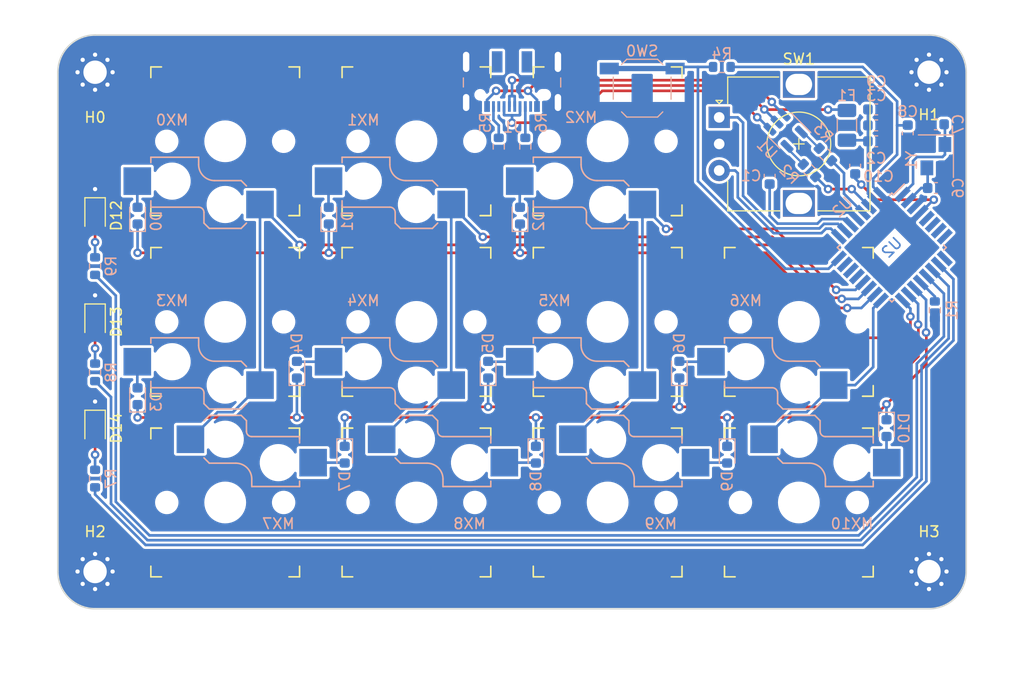
<source format=kicad_pcb>
(kicad_pcb (version 20221018) (generator pcbnew)
  (layers (0 "F.Cu" signal) (31 "B.Cu" signal) (34 "B.Paste" user) (35 "F.Paste" user) (36 "B.SilkS" user "B.Silkscreen") (37 "F.SilkS" user "F.Silkscreen") (38 "B.Mask" user) (39 "F.Mask" user) (44 "Edge.Cuts" user))
  (net 0 "")
  (net 1 "GND")
  (net 2 "/D- Bus")
  (net 3 "/V Bus")
  (net 4 "/D+ Bus")
  (net 5 "Net-(U2-XTAL1)")
  (net 6 "Net-(U2-PC0{slash}XTAL2)")
  (net 7 "+5V")
  (net 9 "/Encoder 0A")
  (net 10 "/Encoder 0B")
  (net 11 "/Indicator 0")
  (net 12 "/Indicator 1")
  (net 13 "/Indicator 2")
  (net 14 "Net-(U2-~{HWB}{slash}PD7)")
  (net 15 "/Row 0")
  (net 16 "/Row 1")
  (net 17 "/Row 2")
  (net 18 "/Column 0")
  (net 19 "/Column 1")
  (net 20 "/Column 2")
  (net 21 "/Column 3")
  (net 25 "Net-(U2-PC1{slash}~{RESET})")
  (net 26 "Net-(U2-UCAP)")
  (net 27 "Net-(U2-D+)")
  (net 28 "Net-(U2-D-)")
  (net 29 "Net-(D12-A)")
  (net 30 "Net-(D13-A)")
  (net 31 "Net-(D14-A)")
  (net 32 "Net-(D1-A)")
  (net 33 "Net-(D2-A)")
  (net 34 "Net-(D3-A)")
  (net 35 "Net-(D4-A)")
  (net 36 "Net-(D5-A)")
  (net 37 "Net-(D6-A)")
  (net 38 "Net-(D7-A)")
  (net 39 "Net-(D8-A)")
  (net 40 "Net-(D9-A)")
  (net 41 "Net-(D10-A)")
  (net 42 "Net-(D0-A)")
  (net 43 "Net-(J1-CC1)")
  (net 45 "Net-(J1-CC2)")
  (net 47 "/D-")
  (net 48 "/D+")
  (footprint "LED_SMD:LED_0805_2012Metric" (layer "F.Cu") (at 87.75 92 -90)
    (fp_text reference "D13")
    (fp_text value "LED")
  )
  (footprint "keyswitches.pretty-master:Kailh_socket_PG1350_Revised" (layer "F.Cu") (at 136 109 180)
    (fp_text reference "MX9")
    (fp_text value "MX-NoLED")
  )
  (footprint "keyswitches.pretty-master:Kailh_socket_PG1350_Revised" (layer "F.Cu") (at 118 92)
    (fp_text reference "MX4")
    (fp_text value "MX-NoLED")
  )
  (footprint "Rotary_Encoder:RotaryEncoder_Alps_EC12E_Vertical_H20mm" (layer "F.Cu") (at 154 75.25)
    (fp_text reference "SW1")
    (fp_text value "RotaryEncoder")
  )
  (footprint "MountingHole:MountingHole_2.2mm_M2_Pad_Via" (layer "F.Cu") (at 87.75 68.5)
    (fp_text reference "H0")
    (fp_text value "MountingHole_Pad")
  )
  (footprint "keyswitches.pretty-master:Kailh_socket_PG1350_Revised" (layer "F.Cu") (at 136 92)
    (fp_text reference "MX5")
    (fp_text value "MX-NoLED")
  )
  (footprint "LED_SMD:LED_0805_2012Metric" (layer "F.Cu") (at 87.75 82 -90)
    (fp_text reference "D12")
    (fp_text value "LED")
  )
  (footprint "MountingHole:MountingHole_2.2mm_M2_Pad_Via" (layer "F.Cu") (at 87.75 115.5)
    (fp_text reference "H2")
    (fp_text value "MountingHole_Pad")
  )
  (footprint "keyswitches.pretty-master:Kailh_socket_PG1350_Revised" (layer "F.Cu") (at 154 92)
    (fp_text reference "MX6")
    (fp_text value "MX-NoLED")
  )
  (footprint "keyswitches.pretty-master:Kailh_socket_PG1350_Revised" (layer "F.Cu") (at 136 75)
    (fp_text reference "MX2")
    (fp_text value "MX-NoLED")
  )
  (footprint "keyswitches.pretty-master:Kailh_socket_PG1350_Revised" (layer "F.Cu") (at 118 75)
    (fp_text reference "MX1")
    (fp_text value "MX-NoLED")
  )
  (footprint "keyswitches.pretty-master:Kailh_socket_PG1350_Revised" (layer "F.Cu") (at 154 109 180)
    (fp_text reference "MX10")
    (fp_text value "MX-NoLED")
  )
  (footprint "keyswitches.pretty-master:Kailh_socket_PG1350_Revised" (layer "F.Cu") (at 100 75)
    (fp_text reference "MX0")
    (fp_text value "MX-NoLED")
  )
  (footprint "LED_SMD:LED_0805_2012Metric" (layer "F.Cu") (at 87.75 102 -90)
    (fp_text reference "D14")
    (fp_text value "LED")
  )
  (footprint "keyswitches.pretty-master:Kailh_socket_PG1350_Revised" (layer "F.Cu") (at 100 92)
    (fp_text reference "MX3")
    (fp_text value "MX-NoLED")
  )
  (footprint "MountingHole:MountingHole_2.2mm_M2_Pad_Via" (layer "F.Cu") (at 166.25 115.5)
    (fp_text reference "H3")
    (fp_text value "MountingHole_Pad")
  )
  (footprint "keyswitches.pretty-master:Kailh_socket_PG1350_Revised" (layer "F.Cu") (at 100 109 180)
    (fp_text reference "MX7")
    (fp_text value "MX-NoLED")
  )
  (footprint "MountingHole:MountingHole_2.2mm_M2_Pad_Via" (layer "F.Cu") (at 166.25 68.5)
    (fp_text reference "H1")
    (fp_text value "MountingHole_Pad")
  )
  (footprint "keyswitches.pretty-master:Kailh_socket_PG1350_Revised" (layer "F.Cu") (at 118 109 180)
    (fp_text reference "MX8")
    (fp_text value "MX-NoLED")
  )
  (footprint "Diode_SMD:D_0603_1608Metric" (layer "B.Cu") (at 127.75 82 90)
    (fp_text reference "D2")
    (fp_text value "D_Small")
  )
  (footprint "Capacitor_SMD:C_0603_1608Metric" (layer "B.Cu") (at 159.3 77.3 90)
    (fp_text reference "C10")
    (fp_text value "0.1uF")
  )
  (footprint "Capacitor_SMD:C_0603_1608Metric" (layer "B.Cu") (at 164.25 74.25 -90)
    (fp_text reference "C8")
    (fp_text value "0.1uF")
  )
  (footprint "Diode_SMD:D_0603_1608Metric" (layer "B.Cu") (at 162.25 102 -90)
    (fp_text reference "D10")
    (fp_text value "D_Small")
  )
  (footprint "Capacitor_SMD:C_0603_1608Metric" (layer "B.Cu") (at 161.275 73.5)
    (fp_text reference "C3")
    (fp_text value "10uF")
  )
  (footprint "Connector_USB:USB_C_Receptacle_JAE_DX07S016JA1R1500" (layer "B.Cu") (at 127 68.675)
    (fp_text reference "J1")
    (fp_text value "USB_C_Receptacle_USB2.0")
  )
  (footprint "Resistor_SMD:R_0603_1608Metric" (layer "B.Cu") (at 156.5 76.25 -45)
    (fp_text reference "R3")
    (fp_text value "22")
  )
  (footprint "Resistor_SMD:R_0603_1608Metric" (layer "B.Cu") (at 125.75 75.5 90)
    (fp_text reference "R5")
    (fp_text value "5.1k")
  )
  (footprint "Crystal:Crystal_SMD_Abracon_ABM8G-4Pin_3.2x2.5mm" (layer "B.Cu") (at 166.9 76.4 -90)
    (fp_text reference "Y1")
    (fp_text value "16MHz")
  )
  (footprint "Capacitor_SMD:C_0603_1608Metric" (layer "B.Cu") (at 166.9 79.4)
    (fp_text reference "C6")
    (fp_text value "22pF")
  )
  (footprint "Fuse:Fuse_1206_3216Metric" (layer "B.Cu") (at 158.525 73.5 -90)
    (fp_text reference "F1")
    (fp_text value "PTC 500mA")
  )
  (footprint "Button_Switch_SMD:SW_SPST_SKQG_WithStem" (layer "B.Cu") (at 139.25 70)
    (fp_text reference "SW0")
    (fp_text value "SW_Push")
  )
  (footprint "Resistor_SMD:R_0603_1608Metric" (layer "B.Cu") (at 87.75 96.75 -90)
    (fp_text reference "R8")
    (fp_text value "R_Small")
  )
  (footprint "Diode_SMD:D_0603_1608Metric" (layer "B.Cu") (at 129.25 104.5 -90)
    (fp_text reference "D8")
    (fp_text value "D_Small")
  )
  (footprint "Diode_SMD:D_0603_1608Metric" (layer "B.Cu") (at 106.75 96.5 90)
    (fp_text reference "D4")
    (fp_text value "D_Small")
  )
  (footprint "Package_QFP:TQFP-32_7x7mm_P0.8mm" (layer "B.Cu") (at 162.75 85 -135)
    (fp_text reference "U2")
    (fp_text value "ATmega32U2-A")
  )
  (footprint "Capacitor_SMD:C_0603_1608Metric" (layer "B.Cu") (at 161.275 75)
    (fp_text reference "C2")
    (fp_text value "1uF")
  )
  (footprint "Resistor_SMD:R_0603_1608Metric" (layer "B.Cu") (at 146.75 68 180)
    (fp_text reference "R4")
    (fp_text value "10k")
  )
  (footprint "Resistor_SMD:R_0603_1608Metric" (layer "B.Cu") (at 128.25 75.5 90)
    (fp_text reference "R6")
    (fp_text value "5.1k")
  )
  (footprint "Diode_SMD:D_0603_1608Metric" (layer "B.Cu") (at 109.75 82 90)
    (fp_text reference "D1")
    (fp_text value "D_Small")
  )
  (footprint "Diode_SMD:D_0603_1608Metric" (layer "B.Cu") (at 142.75 96.5 90)
    (fp_text reference "D6")
    (fp_text value "D_Small")
  )
  (footprint "Resistor_SMD:R_0603_1608Metric" (layer "B.Cu") (at 87.75 86.75 90)
    (fp_text reference "R9")
    (fp_text value "R_Small")
  )
  (footprint "Diode_SMD:D_0603_1608Metric" (layer "B.Cu") (at 91.75 99 90)
    (fp_text reference "D3")
    (fp_text value "D_Small")
  )
  (footprint "Diode_SMD:D_0603_1608Metric" (layer "B.Cu") (at 124.75 96.5 90)
    (fp_text reference "D5")
    (fp_text value "D_Small")
  )
  (footprint "Resistor_SMD:R_0603_1608Metric" (layer "B.Cu") (at 87.75 106.75 90)
    (fp_text reference "R7")
    (fp_text value "R_Small")
  )
  (footprint "Diode_SMD:D_0603_1608Metric" (layer "B.Cu") (at 147.25 104.5 -90)
    (fp_text reference "D9")
    (fp_text value "D_Small")
  )
  (footprint "Package_TO_SOT_SMD:SOT-23-6" (layer "B.Cu") (at 152.75 74 135)
    (fp_text reference "U1")
    (fp_text value "USBLC6-2SC6")
  )
  (footprint "Capacitor_SMD:C_0603_1608Metric" (layer "B.Cu") (at 151.25 78.25 90)
    (fp_text reference "C1")
    (fp_text value "1uF")
  )
  (footprint "Resistor_SMD:R_0603_1608Metric" (layer "B.Cu") (at 155 77.75 -45)
    (fp_text reference "R2")
    (fp_text value "22")
  )
  (footprint "Diode_SMD:D_0603_1608Metric" (layer "B.Cu") (at 91.75 82 90)
    (fp_text reference "D0")
    (fp_text value "D_Small")
  )
  (footprint "Diode_SMD:D_0603_1608Metric" (layer "B.Cu") (at 111.25 104.5 -90)
    (fp_text reference "D7")
    (fp_text value "D_Small")
  )
  (footprint "Capacitor_SMD:C_0603_1608Metric" (layer "B.Cu") (at 166.9 73.4 180)
    (fp_text reference "C7")
    (fp_text value "22pF")
  )
  (footprint "Capacitor_SMD:C_0603_1608Metric" (layer "B.Cu") (at 161.275 72)
    (fp_text reference "C9")
    (fp_text value "0.1uF")
  )
  (footprint "Resistor_SMD:R_0603_1608Metric" (layer "B.Cu") (at 166.8 90.9 90)
    (fp_text reference "R1")
    (fp_text value "10k")
  )
  (gr_arc locked (start 87.75 119) (mid 85.275126 117.974874) (end 84.25 115.5) (stroke (width 0.15)) (layer "Edge.Cuts"))
  (gr_arc locked (start 169.75 115.5) (mid 168.724874 117.974874) (end 166.25 119) (stroke (width 0.15)) (layer "Edge.Cuts"))
  (gr_line locked (start 87.75 65) (end 166.25 65) (stroke (width 0.15)) (layer "Edge.Cuts"))
  (gr_line locked (start 84.25 68.5) (end 84.25 115.5) (stroke (width 0.15)) (layer "Edge.Cuts"))
  (gr_arc locked (start 84.25 68.5) (mid 85.275126 66.025126) (end 87.75 65) (stroke (width 0.15)) (layer "Edge.Cuts"))
  (gr_line locked (start 169.75 115.5) (end 169.75 68.5) (stroke (width 0.15)) (layer "Edge.Cuts"))
  (gr_line locked (start 87.75 119) (end 166.25 119) (stroke (width 0.15)) (layer "Edge.Cuts"))
  (gr_arc locked (start 166.25 65) (mid 168.724874 66.025126) (end 169.75 68.5) (stroke (width 0.15)) (layer "Edge.Cuts"))
  (segment (start 87.75 91.0625) (end 87.75 89.5) (width 0.25) (layer "F.Cu") (net 1))
  (segment (start 87.75 101.0625) (end 87.75 99.5) (width 0.25) (layer "F.Cu") (net 1))
  (segment (start 87.75 81.0625) (end 87.75 79.5) (width 0.25) (layer "F.Cu") (net 1))
  (via (at 87.75 79.5) (size 0.8) (drill 0.4) (layers "F.Cu" "B.Cu") (net 1))
  (via (at 87.75 89.5) (size 0.8) (drill 0.4) (layers "F.Cu" "B.Cu") (net 1))
  (via (at 87.75 99.5) (size 0.8) (drill 0.4) (layers "F.Cu" "B.Cu") (net 1))
  (segment (start 147.588169 70.25) (end 150.078518 72.740349) (width 0.25) (layer "F.Cu") (net 2))
  (segment (start 135.5 70.25) (end 147.588169 70.25) (width 0.25) (layer "F.Cu") (net 2))
  (segment (start 132.5 73.25) (end 135.5 70.25) (width 0.25) (layer "F.Cu") (net 2))
  (segment (start 127 73.25) (end 132.5 73.25) (width 0.25) (layer "F.Cu") (net 2))
  (via (at 150.078518 72.740349) (size 0.8) (drill 0.4) (layers "F.Cu" "B.Cu") (net 2))
  (via (at 127 73.25) (size 0.8) (drill 0.4) (layers "F.Cu" "B.Cu") (net 2))
  (segment (start 127 72.55) (end 127 73.25) (width 0.25) (layer "B.Cu") (net 2))
  (segment (start 126.25 72.51) (end 126.29 72.55) (width 0.25) (layer "B.Cu") (net 2))
  (segment (start 126.29 72.55) (end 127 72.55) (width 0.25) (layer "B.Cu") (net 2))
  (segment (start 126.25 71.725) (end 126.25 72.51) (width 0.25) (layer "B.Cu") (net 2))
  (segment (start 127.71 72.55) (end 127.75 72.51) (width 0.25) (layer "B.Cu") (net 2))
  (segment (start 127.75 72.51) (end 127.75 71.725) (width 0.25) (layer "B.Cu") (net 2))
  (segment (start 127 72.55) (end 127.71 72.55) (width 0.25) (layer "B.Cu") (net 2))
  (segment (start 150.146847 72.740349) (end 151.273915 73.867417) (width 0.25) (layer "B.Cu") (net 2))
  (segment (start 150.078518 72.740349) (end 150.146847 72.740349) (width 0.25) (layer "B.Cu") (net 2))
  (segment (start 156.75 72.018245) (end 150.768245 72.018245) (width 0.25) (layer "F.Cu") (net 3))
  (segment (start 125.5 70.25) (end 128.5 70.25) (width 0.25) (layer "F.Cu") (net 3))
  (segment (start 150.768245 72.018245) (end 150.75 72) (width 0.25) (layer "F.Cu") (net 3))
  (segment (start 128.5 70.25) (end 129 69.75) (width 0.25) (layer "F.Cu") (net 3))
  (segment (start 148.5 69.75) (end 150.75 72) (width 0.25) (layer "F.Cu") (net 3))
  (segment (start 129 69.75) (end 148.5 69.75) (width 0.25) (layer "F.Cu") (net 3))
  (via (at 150.75 72) (size 0.8) (drill 0.4) (layers "F.Cu" "B.Cu") (net 3))
  (via (at 128.5 70.25) (size 0.8) (drill 0.4) (layers "F.Cu" "B.Cu") (net 3))
  (via (at 156.75 72.018245) (size 0.8) (drill 0.4) (layers "F.Cu" "B.Cu") (net 3))
  (via (at 125.5 70.25) (size 0.8) (drill 0.4) (layers "F.Cu" "B.Cu") (net 3))
  (segment (start 156.75 72.018245) (end 158.443245 72.018245) (width 0.25) (layer "B.Cu") (net 3))
  (segment (start 128.5 70.25) (end 129.35 71.1) (width 0.25) (layer "B.Cu") (net 3))
  (segment (start 129.35 71.1) (end 129.35 71.725) (width 0.25) (layer "B.Cu") (net 3))
  (segment (start 158.443245 72.018245) (end 158.525 72.1) (width 0.25) (layer "B.Cu") (net 3))
  (segment (start 125.5 70.25) (end 124.65 71.1) (width 0.25) (layer "B.Cu") (net 3))
  (segment (start 124.65 71.1) (end 124.65 71.725) (width 0.25) (layer "B.Cu") (net 3))
  (segment (start 150.75 72) (end 151.945666 73.195666) (width 0.25) (layer "B.Cu") (net 3))
  (segment (start 149.41351 69.25) (end 151.456755 71.293245) (width 0.25) (layer "F.Cu") (net 4))
  (segment (start 127 69.25) (end 149.41351 69.25) (width 0.25) (layer "F.Cu") (net 4))
  (via (at 127 69.25) (size 0.8) (drill 0.4) (layers "F.Cu" "B.Cu") (net 4))
  (via (at 151.456755 71.293245) (size 0.8) (drill 0.4) (layers "F.Cu" "B.Cu") (net 4))
  (segment (start 127.25 71.725) (end 127.25 70.75) (width 0.25) (layer "B.Cu") (net 4))
  (segment (start 127.25 70.75) (end 126.75 70.75) (width 0.25) (layer "B.Cu") (net 4))
  (segment (start 151.456755 71.363253) (end 152.617417 72.523915) (width 0.25) (layer "B.Cu") (net 4))
  (segment (start 151.456755 71.293245) (end 151.456755 71.363253) (width 0.25) (layer "B.Cu") (net 4))
  (segment (start 126.75 70.75) (end 126.75 71.725) (width 0.25) (layer "B.Cu") (net 4))
  (segment (start 127 69.25) (end 127 70.75) (width 0.25) (layer "B.Cu") (net 4))
  (segment (start 163.775305 79.974695) (end 163.775305 80.014897) (width 0.25) (layer "B.Cu") (net 5))
  (segment (start 167.525 76.475) (end 165.125 76.475) (width 0.25) (layer "B.Cu") (net 5))
  (segment (start 167.75 73.475) (end 167.675 73.4) (width 0.25) (layer "B.Cu") (net 5))
  (segment (start 167.75 75.3) (end 167.75 73.475) (width 0.25) (layer "B.Cu") (net 5))
  (segment (start 167.75 76.25) (end 167.525 76.475) (width 0.25) (layer "B.Cu") (net 5))
  (segment (start 164.75 79) (end 163.775305 79.974695) (width 0.25) (layer "B.Cu") (net 5))
  (segment (start 165.125 76.475) (end 164.75 76.85) (width 0.25) (layer "B.Cu") (net 5))
  (segment (start 164.75 76.85) (end 164.75 79) (width 0.25) (layer "B.Cu") (net 5))
  (segment (start 167.75 75.3) (end 167.75 76.25) (width 0.25) (layer "B.Cu") (net 5))
  (segment (start 166.125 77.575) (end 166.05 77.5) (width 0.25) (layer "B.Cu") (net 6))
  (segment (start 165.521573 79.4) (end 164.34099 80.580583) (width 0.25) (layer "B.Cu") (net 6))
  (segment (start 166.125 79.4) (end 166.125 77.575) (width 0.25) (layer "B.Cu") (net 6))
  (segment (start 166.125 79.4) (end 165.521573 79.4) (width 0.25) (layer "B.Cu") (net 6))
  (segment (start 159.879615 79.079615) (end 161.3 80.5) (width 0.25) (layer "F.Cu") (net 7))
  (segment (start 159.879615 79.074085) (end 159.879615 79.079615) (width 0.25) (layer "F.Cu") (net 7))
  (segment (start 161.3 80.5) (end 166.7 80.5) (width 0.25) (layer "F.Cu") (net 7))
  (via (at 166.7 80.5) (size 0.8) (drill 0.4) (layers "F.Cu" "B.Cu") (net 7))
  (via (at 159.879615 79.074085) (size 0.8) (drill 0.4) (layers "F.Cu" "B.Cu") (net 7))
  (segment (start 161 78.5) (end 163.25 76.25) (width 0.25) (layer "B.Cu") (net 7))
  (segment (start 160.5 79.921573) (end 161.15901 80.580583) (width 0.25) (layer "B.Cu") (net 7))
  (segment (start 166.7 80.5) (end 166.684314 80.5) (width 0.25) (layer "B.Cu") (net 7))
  (segment (start 163.25 76.25) (end 163.25 73.5) (width 0.25) (layer "B.Cu") (net 7))
  (segment (start 159.874085 79.074085) (end 159.3 78.5) (width 0.25) (layer "B.Cu") (net 7))
  (segment (start 160.5 75) (end 160.5 73.5) (width 0.25) (layer "B.Cu") (net 7))
  (segment (start 161.724695 80.014897) (end 161 79.290202) (width 0.25) (layer "B.Cu") (net 7))
  (segment (start 163.25 73.5) (end 163.25 71.25) (width 0.25) (layer "B.Cu") (net 7))
  (segment (start 163.25 71.25) (end 160 68) (width 0.25) (layer "B.Cu") (net 7))
  (segment (start 163.25 73.5) (end 164.225 73.5) (width 0.25) (layer "B.Cu") (net 7))
  (segment (start 160.5 75) (end 160.5 79.921573) (width 0.25) (layer "B.Cu") (net 7))
  (segment (start 158.725 74.9) (end 160.4 74.9) (width 0.25) (layer "B.Cu") (net 7))
  (segment (start 160 68) (end 147.575 68) (width 0.25) (layer "B.Cu") (net 7))
  (segment (start 159.879615 79.074085) (end 159.874085 79.074085) (width 0.25) (layer "B.Cu") (net 7))
  (segment (start 160.5 72) (end 160.5 73.5) (width 0.25) (layer "B.Cu") (net 7))
  (segment (start 159.3 78.5) (end 159.3 78.075) (width 0.25) (layer "B.Cu") (net 7))
  (segment (start 164.225 73.5) (end 164.25 73.475) (width 0.25) (layer "B.Cu") (net 7))
  (segment (start 161 79.290202) (end 161 78.5) (width 0.25) (layer "B.Cu") (net 7))
  (segment (start 166.684314 80.5) (end 165.472361 81.711953) (width 0.25) (layer "B.Cu") (net 7))
  (segment (start 148.75 73.25) (end 148.25 72.75) (width 0.25) (layer "B.Cu") (net 9))
  (segment (start 155.936396 83.2) (end 151.813604 83.2) (width 0.25) (layer "B.Cu") (net 9))
  (segment (start 151.813604 83.2) (end 148.75 80.136396) (width 0.25) (layer "B.Cu") (net 9))
  (segment (start 156.362526 82.77387) (end 155.936396 83.2) (width 0.25) (layer "B.Cu") (net 9))
  (segment (start 158.330583 83.40901) (end 157.695443 82.77387) (width 0.25) (layer "B.Cu") (net 9))
  (segment (start 157.695443 82.77387) (end 156.362526 82.77387) (width 0.25) (layer "B.Cu") (net 9))
  (segment (start 148.25 72.75) (end 146.5 72.75) (width 0.25) (layer "B.Cu") (net 9))
  (segment (start 148.75 80.136396) (end 148.75 73.25) (width 0.25) (layer "B.Cu") (net 9))
  (segment (start 157.764897 83.974695) (end 157.014072 83.22387) (width 0.25) (layer "B.Cu") (net 10))
  (segment (start 148.25 78) (end 148 77.75) (width 0.25) (layer "B.Cu") (net 10))
  (segment (start 156.122792 83.65) (end 151.627208 83.65) (width 0.25) (layer "B.Cu") (net 10))
  (segment (start 148.25 80.272792) (end 148.25 78) (width 0.25) (layer "B.Cu") (net 10))
  (segment (start 151.627208 83.65) (end 148.25 80.272792) (width 0.25) (layer "B.Cu") (net 10))
  (segment (start 148 77.75) (end 146.5 77.75) (width 0.25) (layer "B.Cu") (net 10))
  (segment (start 157.014072 83.22387) (end 156.548922 83.22387) (width 0.25) (layer "B.Cu") (net 10))
  (segment (start 156.548922 83.22387) (end 156.122792 83.65) (width 0.25) (layer "B.Cu") (net 10))
  (segment (start 87.75 107.575) (end 87.75 108.25) (width 0.25) (layer "B.Cu") (net 11))
  (segment (start 87.75 108.25) (end 92.5 113) (width 0.25) (layer "B.Cu") (net 11))
  (segment (start 160 113) (end 166 107) (width 0.25) (layer "B.Cu") (net 11))
  (segment (start 92.5 113) (end 160 113) (width 0.25) (layer "B.Cu") (net 11))
  (segment (start 168.55 93.75) (end 168.55 87.971573) (width 0.25) (layer "B.Cu") (net 11))
  (segment (start 166 96.3) (end 168.55 93.75) (width 0.25) (layer "B.Cu") (net 11))
  (segment (start 168.55 87.971573) (end 167.169417 86.59099) (width 0.25) (layer "B.Cu") (net 11))
  (segment (start 166 107) (end 166 96.3) (width 0.25) (layer "B.Cu") (net 11))
  (segment (start 165.55 106.813604) (end 165.55 96.113604) (width 0.25) (layer "B.Cu") (net 12))
  (segment (start 159.813604 112.55) (end 165.55 106.813604) (width 0.25) (layer "B.Cu") (net 12))
  (segment (start 168.1 93.563604) (end 168.1 88.652944) (width 0.25) (layer "B.Cu") (net 12))
  (segment (start 89.25 99.075) (end 89.25 109.113604) (width 0.25) (layer "B.Cu") (net 12))
  (segment (start 92.686396 112.55) (end 159.813604 112.55) (width 0.25) (layer "B.Cu") (net 12))
  (segment (start 165.55 96.113604) (end 168.1 93.563604) (width 0.25) (layer "B.Cu") (net 12))
  (segment (start 168.1 88.652944) (end 166.603732 87.156676) (width 0.25) (layer "B.Cu") (net 12))
  (segment (start 87.75 97.575) (end 89.25 99.075) (width 0.25) (layer "B.Cu") (net 12))
  (segment (start 89.25 109.113604) (end 92.686396 112.55) (width 0.25) (layer "B.Cu") (net 12))
  (segment (start 87.75 87.575) (end 89.7 89.525) (width 0.25) (layer "B.Cu") (net 13))
  (segment (start 167.65 89.334314) (end 166.038047 87.722361) (width 0.25) (layer "B.Cu") (net 13))
  (segment (start 89.7 89.525) (end 89.7 108.927208) (width 0.25) (layer "B.Cu") (net 13))
  (segment (start 165.1 95.927208) (end 167.65 93.377208) (width 0.25) (layer "B.Cu") (net 13))
  (segment (start 159.627208 112.1) (end 165.1 106.627208) (width 0.25) (layer "B.Cu") (net 13))
  (segment (start 167.65 93.377208) (end 167.65 89.334314) (width 0.25) (layer "B.Cu") (net 13))
  (segment (start 92.872792 112.1) (end 159.627208 112.1) (width 0.25) (layer "B.Cu") (net 13))
  (segment (start 165.1 106.627208) (end 165.1 95.927208) (width 0.25) (layer "B.Cu") (net 13))
  (segment (start 89.7 108.927208) (end 92.872792 112.1) (width 0.25) (layer "B.Cu") (net 13))
  (segment (start 166.8 89.615686) (end 166.8 90.075) (width 0.25) (layer "B.Cu") (net 14))
  (segment (start 165.472361 88.288047) (end 166.8 89.615686) (width 0.25) (layer "B.Cu") (net 14))
  (segment (start 158.875 93.5) (end 164.25 93.5) (width 0.25) (layer "F.Cu") (net 15))
  (segment (start 164.25 93.5) (end 164.5 93.25) (width 0.25) (layer "F.Cu") (net 15))
  (segment (start 127.75 85.5) (end 150.875 85.5) (width 0.25) (layer "F.Cu") (net 15))
  (segment (start 91.75 85.5) (end 109.75 85.5) (width 0.25) (layer "F.Cu") (net 15))
  (segment (start 164.5 93.25) (end 164.5 91.5) (width 0.25) (layer "F.Cu") (net 15))
  (segment (start 150.875 85.5) (end 158.875 93.5) (width 0.25) (layer "F.Cu") (net 15))
  (segment (start 109.75 85.5) (end 127.75 85.5) (width 0.25) (layer "F.Cu") (net 15))
  (via (at 91.75 85.5) (size 0.8) (drill 0.4) (layers "F.Cu" "B.Cu") (net 15))
  (via (at 109.75 85.5) (size 0.8) (drill 0.4) (layers "F.Cu" "B.Cu") (net 15))
  (via (at 127.75 85.5) (size 0.8) (drill 0.4) (layers "F.Cu" "B.Cu") (net 15))
  (via (at 164.5 91.5) (size 0.8) (drill 0.4) (layers "F.Cu" "B.Cu") (net 15))
  (segment (start 164.5 90.75) (end 163.775305 90.025305) (width 0.25) (layer "B.Cu") (net 15))
  (segment (start 109.75 85.5) (end 109.75 82.7875) (width 0.25) (layer "B.Cu") (net 15))
  (segment (start 164.5 91.5) (end 164.5 90.75) (width 0.25) (layer "B.Cu") (net 15))
  (segment (start 127.75 85.5) (end 127.75 82.75) (width 0.25) (layer "B.Cu") (net 15))
  (segment (start 91.75 85.5) (end 91.75 82.7875) (width 0.25) (layer "B.Cu") (net 15))
  (segment (start 163.775305 90.025305) (end 163.775305 89.985103) (width 0.25) (layer "B.Cu") (net 15))
  (segment (start 160.5 100) (end 142.75 100) (width 0.25) (layer "F.Cu") (net 16))
  (segment (start 110 101) (end 111 100) (width 0.25) (layer "F.Cu") (net 16))
  (segment (start 165.25 92.2755) (end 165.25 95.25) (width 0.25) (layer "F.Cu") (net 16))
  (segment (start 165.2245 92.25) (end 165.25 92.2755) (width 0.25) (layer "F.Cu") (net 16))
  (segment (start 106.75 101) (end 91.75 101) (width 0.25) (layer "F.Cu") (net 16))
  (segment (start 165.25 95.25) (end 160.5 100) (width 0.25) (layer "F.Cu") (net 16))
  (segment (start 111 100) (end 124.75 100) (width 0.25) (layer "F.Cu") (net 16))
  (segment (start 124.75 100) (end 142.75 100) (width 0.25) (layer "F.Cu") (net 16))
  (segment (start 106.75 101) (end 110 101) (width 0.25) (layer "F.Cu") (net 16))
  (via (at 165.2245 92.25) (size 0.8) (drill 0.4) (layers "F.Cu" "B.Cu") (net 16))
  (via (at 142.75 100) (size 0.8) (drill 0.4) (layers "F.Cu" "B.Cu") (net 16))
  (via (at 91.75 101) (size 0.8) (drill 0.4) (layers "F.Cu" "B.Cu") (net 16))
  (via (at 106.75 101) (size 0.8) (drill 0.4) (layers "F.Cu" "B.Cu") (net 16))
  (via (at 124.75 100) (size 0.8) (drill 0.4) (layers "F.Cu" "B.Cu") (net 16))
  (segment (start 142.75 100) (end 142.75 97.2875) (width 0.25) (layer "B.Cu") (net 16))
  (segment (start 106.75 97.2875) (end 106.75 101) (width 0.25) (layer "B.Cu") (net 16))
  (segment (start 165.2245 92.25) (end 165.2245 90.302927) (width 0.25) (layer "B.Cu") (net 16))
  (segment (start 165.2245 90.302927) (end 164.34099 89.419417) (width 0.25) (layer "B.Cu") (net 16))
  (segment (start 91.75 101) (end 91.75 99.7875) (width 0.25) (layer "B.Cu") (net 16))
  (segment (start 124.75 97.325) (end 124.75 100) (width 0.25) (layer "B.Cu") (net 16))
  (segment (start 129.25 101) (end 111.25 101) (width 0.25) (layer "F.Cu") (net 17))
  (segment (start 166 96) (end 162.25 99.75) (width 0.25) (layer "F.Cu") (net 17))
  (segment (start 165.9745 93) (end 166 93.0255) (width 0.25) (layer "F.Cu") (net 17))
  (segment (start 162.25 99.75) (end 161 101) (width 0.25) (layer "F.Cu") (net 17))
  (segment (start 147.25 101) (end 129.25 101) (width 0.25) (layer "F.Cu") (net 17))
  (segment (start 161 101) (end 147.25 101) (width 0.25) (layer "F.Cu") (net 17))
  (segment (start 166 93.0255) (end 166 96) (width 0.25) (layer "F.Cu") (net 17))
  (via (at 147.25 101) (size 0.8) (drill 0.4) (layers "F.Cu" "B.Cu") (net 17))
  (via (at 162.25 99.75) (size 0.8) (drill 0.4) (layers "F.Cu" "B.Cu") (net 17))
  (via (at 129.25 101) (size 0.8) (drill 0.4) (layers "F.Cu" "B.Cu") (net 17))
  (via (at 165.9745 93) (size 0.8) (drill 0.4) (layers "F.Cu" "B.Cu") (net 17))
  (via (at 111.25 101) (size 0.8) (drill 0.4) (layers "F.Cu" "B.Cu") (net 17))
  (segment (start 165.9745 93) (end 165.9745 89.921556) (width 0.25) (layer "B.Cu") (net 17))
  (segment (start 165.9745 89.921556) (end 164.906676 88.853732) (width 0.25) (layer "B.Cu") (net 17))
  (segment (start 162.25 101.2125) (end 162.25 99.75) (width 0.25) (layer "B.Cu") (net 17))
  (segment (start 111.25 101) (end 111.25 103.7125) (width 0.25) (layer "B.Cu") (net 17))
  (segment (start 129.25 103.7125) (end 129.25 101) (width 0.25) (layer "B.Cu") (net 17))
  (segment (start 147.25 103.7125) (end 147.25 101) (width 0.25) (layer "B.Cu") (net 17))
  (segment (start 151.25 84.75) (end 157.191992 90.691992) (width 0.25) (layer "F.Cu") (net 18))
  (segment (start 157.191992 90.691992) (end 158.556971 90.691992) (width 0.25) (layer "F.Cu") (net 18))
  (segment (start 107 84.75) (end 151.25 84.75) (width 0.25) (layer "F.Cu") (net 18))
  (via (at 158.556971 90.691992) (size 0.8) (drill 0.4) (layers "F.Cu" "B.Cu") (net 18))
  (via (at 107 84.75) (size 0.8) (drill 0.4) (layers "F.Cu" "B.Cu") (net 18))
  (segment (start 159.886435 90.691992) (end 161.15901 89.419417) (width 0.25) (layer "B.Cu") (net 18))
  (segment (start 100.725 100.5) (end 103.275 97.95) (width 0.25) (layer "B.Cu") (net 18))
  (segment (start 103.275 97.95) (end 103.275 80.95) (width 0.25) (layer "B.Cu") (net 18))
  (segment (start 158.556971 90.691992) (end 159.886435 90.691992) (width 0.25) (layer "B.Cu") (net 18))
  (segment (start 103.275 81.025) (end 103.275 80.95) (width 0.25) (layer "B.Cu") (net 18))
  (segment (start 99.275 100.5) (end 100.725 100.5) (width 0.25) (layer "B.Cu") (net 18))
  (segment (start 96.725 103.05) (end 99.275 100.5) (width 0.25) (layer "B.Cu") (net 18))
  (segment (start 107 84.75) (end 103.275 81.025) (width 0.25) (layer "B.Cu") (net 18))
  (segment (start 124.25 84) (end 151.5 84) (width 0.25) (layer "F.Cu") (net 19))
  (segment (start 151.5 84) (end 157.231755 89.731755) (width 0.25) (layer "F.Cu") (net 19))
  (segment (start 157.231755 89.731755) (end 157.932623 89.731755) (width 0.25) (layer "F.Cu") (net 19))
  (via (at 124.25 84) (size 0.8) (drill 0.4) (layers "F.Cu" "B.Cu") (net 19))
  (via (at 158.038404 89.837536) (size 0.8) (drill 0.4) (layers "F.Cu" "B.Cu") (net 19))
  (segment (start 121.275 97.95) (end 121.275 80.95) (width 0.25) (layer "B.Cu") (net 19))
  (segment (start 158.038404 89.837536) (end 159.60952 89.837536) (width 0.25) (layer "B.Cu") (net 19))
  (segment (start 114.725 103.05) (end 117.275 100.5) (width 0.25) (layer "B.Cu") (net 19))
  (segment (start 117.275 100.5) (end 118.725 100.5) (width 0.25) (layer "B.Cu") (net 19))
  (segment (start 124.25 84) (end 121.275 81.025) (width 0.25) (layer "B.Cu") (net 19))
  (segment (start 121.275 81.025) (end 121.275 80.95) (width 0.25) (layer "B.Cu") (net 19))
  (segment (start 118.725 100.5) (end 121.275 97.95) (width 0.25) (layer "B.Cu") (net 19))
  (segment (start 159.60952 89.837536) (end 160.593324 88.853732) (width 0.25) (layer "B.Cu") (net 19))
  (segment (start 151.75 83.25) (end 141.5 83.25) (width 0.25) (layer "F.Cu") (net 20))
  (segment (start 157.487701 88.987701) (end 151.75 83.25) (width 0.25) (layer "F.Cu") (net 20))
  (segment (start 157.512299 88.987701) (end 157.487701 88.987701) (width 0.25) (layer "F.Cu") (net 20))
  (via (at 141.5 83.25) (size 0.8) (drill 0.4) (layers "F.Cu" "B.Cu") (net 20))
  (via (at 157.512299 88.987701) (size 0.8) (drill 0.4) (layers "F.Cu" "B.Cu") (net 20))
  (segment (start 132.725 103.05) (end 135.275 100.5) (width 0.25) (layer "B.Cu") (net 20))
  (segment (start 139.275 80.95) (end 139.275 81.025) (width 0.25) (layer "B.Cu") (net 20))
  (segment (start 139.275 80.95) (end 139.275 97.95) (width 0.25) (layer "B.Cu") (net 20))
  (segment (start 139.275 81.025) (end 141.5 83.25) (width 0.25) (layer "B.Cu") (net 20))
  (segment (start 135.275 100.5) (end 136.725 100.5) (width 0.25) (layer "B.Cu") (net 20))
  (segment (start 159.327985 88.987701) (end 160.027639 88.288047) (width 0.25) (layer "B.Cu") (net 20))
  (segment (start 136.725 100.5) (end 139.275 97.95) (width 0.25) (layer "B.Cu") (net 20))
  (segment (start 157.512299 88.987701) (end 159.327985 88.987701) (width 0.25) (layer "B.Cu") (net 20))
  (segment (start 159.3 97.95) (end 157.275 97.95) (width 0.25) (layer "B.Cu") (net 21))
  (segment (start 154.725 100.5) (end 157.275 97.95) (width 0.25) (layer "B.Cu") (net 21))
  (segment (start 150.725 103.05) (end 153.275 100.5) (width 0.25) (layer "B.Cu") (net 21))
  (segment (start 161 90.709798) (end 161 96.25) (width 0.25) (layer "B.Cu") (net 21))
  (segment (start 161.724695 89.985103) (end 161 90.709798) (width 0.25) (layer "B.Cu") (net 21))
  (segment (start 161 96.25) (end 159.3 97.95) (width 0.25) (layer "B.Cu") (net 21))
  (segment (start 153.275 100.5) (end 154.725 100.5) (width 0.25) (layer "B.Cu") (net 21))
  (segment (start 142.5 68) (end 145.925 68) (width 0.25) (layer "B.Cu") (net 25))
  (segment (start 152.75 87) (end 156.790202 87) (width 0.25) (layer "B.Cu") (net 25))
  (segment (start 156.790202 87) (end 157.764897 86.025305) (width 0.25) (layer "B.Cu") (net 25))
  (segment (start 144.5 78.75) (end 152.75 87) (width 0.25) (layer "B.Cu") (net 25))
  (segment (start 144.5 68) (end 144.5 78.75) (width 0.25) (layer "B.Cu") (net 25))
  (segment (start 136.15 68.15) (end 142.35 68.15) (width 0.5) (layer "B.Cu") (net 25))
  (segment (start 142.35 68.15) (end 142.5 68) (width 0.25) (layer "B.Cu") (net 25))
  (segment (start 155.75 82.75) (end 152 82.75) (width 0.25) (layer "B.Cu") (net 26))
  (segment (start 151.25 82) (end 151.25 79.025) (width 0.25) (layer "B.Cu") (net 26))
  (segment (start 152 82.75) (end 151.25 82) (width 0.25) (layer "B.Cu") (net 26))
  (segment (start 158.376814 82.32387) (end 156.17613 82.32387) (width 0.25) (layer "B.Cu") (net 26))
  (segment (start 158.896268 82.843324) (end 158.376814 82.32387) (width 0.25) (layer "B.Cu") (net 26))
  (segment (start 156.17613 82.32387) (end 155.75 82.75) (width 0.25) (layer "B.Cu") (net 26))
  (segment (start 157.083363 76.833363) (end 158.25 78) (width 0.25) (layer "B.Cu") (net 27))
  (segment (start 158.25 79.934314) (end 160.027639 81.711953) (width 0.25) (layer "B.Cu") (net 27))
  (segment (start 158.25 78) (end 158.25 79.934314) (width 0.25) (layer "B.Cu") (net 27))
  (segment (start 156.75 79.5) (end 158.975402 79.5) (width 0.25) (layer "F.Cu") (net 28))
  (via (at 158.975402 79.5) (size 0.8) (drill 0.4) (layers "F.Cu" "B.Cu") (net 28))
  (via (at 156.75 79.5) (size 0.8) (drill 0.4) (layers "F.Cu" "B.Cu") (net 28))
  (segment (start 155.583363 78.333363) (end 156.75 79.5) (width 0.25) (layer "B.Cu") (net 28))
  (segment (start 158.975402 79.5) (end 160.593324 81.117922) (width 0.25) (layer "B.Cu") (net 28))
  (segment (start 87.75 84.5) (end 87.75 82.9375) (width 0.25) (layer "F.Cu") (net 29))
  (via (at 87.75 84.5) (size 0.8) (drill 0.4) (layers "F.Cu" "B.Cu") (net 29))
  (segment (start 87.75 85.925) (end 87.75 84.5) (width 0.25) (layer "B.Cu") (net 29))
  (segment (start 87.75 94.5) (end 87.75 92.9375) (width 0.25) (layer "F.Cu") (net 30))
  (via (at 87.75 94.5) (size 0.8) (drill 0.4) (layers "F.Cu" "B.Cu") (net 30))
  (segment (start 87.75 95.925) (end 87.75 94.5) (width 0.25) (layer "B.Cu") (net 30))
  (segment (start 87.75 104.5) (end 87.75 102.9375) (width 0.25) (layer "F.Cu") (net 31))
  (via (at 87.75 104.5) (size 0.8) (drill 0.4) (layers "F.Cu" "B.Cu") (net 31))
  (segment (start 87.75 105.925) (end 87.75 104.5) (width 0.25) (layer "B.Cu") (net 31))
  (segment (start 109.725 78.75) (end 109.725 81.1875) (width 0.25) (layer "B.Cu") (net 32))
  (segment (start 109.725 81.1875) (end 109.75 81.2125) (width 0.25) (layer "B.Cu") (net 32))
  (segment (start 127.725 78.75) (end 127.725 81.1875) (width 0.25) (layer "B.Cu") (net 33))
  (segment (start 127.75 81.2125) (end 127.75 81.175) (width 0.25) (layer "B.Cu") (net 33))
  (segment (start 127.725 81.1875) (end 127.75 81.2125) (width 0.25) (layer "B.Cu") (net 33))
  (segment (start 91.725 95.75) (end 91.725 98.1875) (width 0.25) (layer "B.Cu") (net 34))
  (segment (start 106.7875 95.75) (end 109.725 95.75) (width 0.25) (layer "B.Cu") (net 35))
  (segment (start 106.75 95.7125) (end 106.7875 95.75) (width 0.25) (layer "B.Cu") (net 35))
  (segment (start 124.9625 95.75) (end 127.725 95.75) (width 0.25) (layer "B.Cu") (net 36))
  (segment (start 142.7875 95.75) (end 145.725 95.75) (width 0.25) (layer "B.Cu") (net 37))
  (segment (start 111.2125 105.25) (end 111.25 105.2875) (width 0.25) (layer "B.Cu") (net 38))
  (segment (start 108.275 105.25) (end 111.2125 105.25) (width 0.25) (layer "B.Cu") (net 38))
  (segment (start 126.275 105.25) (end 129.2125 105.25) (width 0.25) (layer "B.Cu") (net 39))
  (segment (start 129.2125 105.25) (end 129.25 105.2875) (width 0.25) (layer "B.Cu") (net 39))
  (segment (start 147.2125 105.25) (end 147.25 105.2875) (width 0.25) (layer "B.Cu") (net 40))
  (segment (start 144.275 105.25) (end 147.2125 105.25) (width 0.25) (layer "B.Cu") (net 40))
  (segment (start 162.25 105.225) (end 162.275 105.25) (width 0.25) (layer "B.Cu") (net 41))
  (segment (start 162.25 102.7875) (end 162.25 105.225) (width 0.25) (layer "B.Cu") (net 41))
  (segment (start 91.725 81.1875) (end 91.75 81.2125) (width 0.25) (layer "B.Cu") (net 42))
  (segment (start 91.725 78.75) (end 91.725 81.1875) (width 0.25) (layer "B.Cu") (net 42))
  (segment (start 125.75 74.675) (end 125.75 73.5) (width 0.25) (layer "B.Cu") (net 43))
  (segment (start 125.75 73.5) (end 125.25 73) (width 0.25) (layer "B.Cu") (net 43))
  (segment (start 125.25 73) (end 125.25 71.725) (width 0.25) (layer "B.Cu") (net 43))
  (segment (start 128.25 71.725) (end 128.25 74.675) (width 0.25) (layer "B.Cu") (net 45))
  (segment (start 152.882583 75.632583) (end 154.416637 77.166637) (width 0.2) (layer "B.Cu") (net 47))
  (segment (start 154.382583 74.132583) (end 155.916637 75.666637) (width 0.2) (layer "B.Cu") (net 48))
  (zone (net 1) (net_name "GND") (layer "B.Cu") (name "Ground Plane") (connect_pads yes (clearance 0.25)) (min_thickness 0.25) (fill yes (thermal_gap 0.25) (thermal_bridge_width 0.25) (smoothing fillet) (island_removal_mode 2) (island_area_min 5))
    (polygon (pts (xy 174.8 124.9) (xy 78.8 125.9) (xy 79.25 61.7) (xy 175.2 61.8)))
  )
  (zone (net 7) (net_name "+5V") (layer "B.Cu") (name "+5V Plane") (priority 1) (connect_pads yes (clearance 0.25)) (min_thickness 0.25) (fill yes (thermal_gap 0.25) (thermal_bridge_width 0.25) (smoothing fillet) (island_removal_mode 2) (island_area_min 5))
    (polygon (pts (xy 162.8 89.7) (xy 157.7 84.8) (xy 162.4 80.1) (xy 168.2 84.5)))
  )
)
</source>
